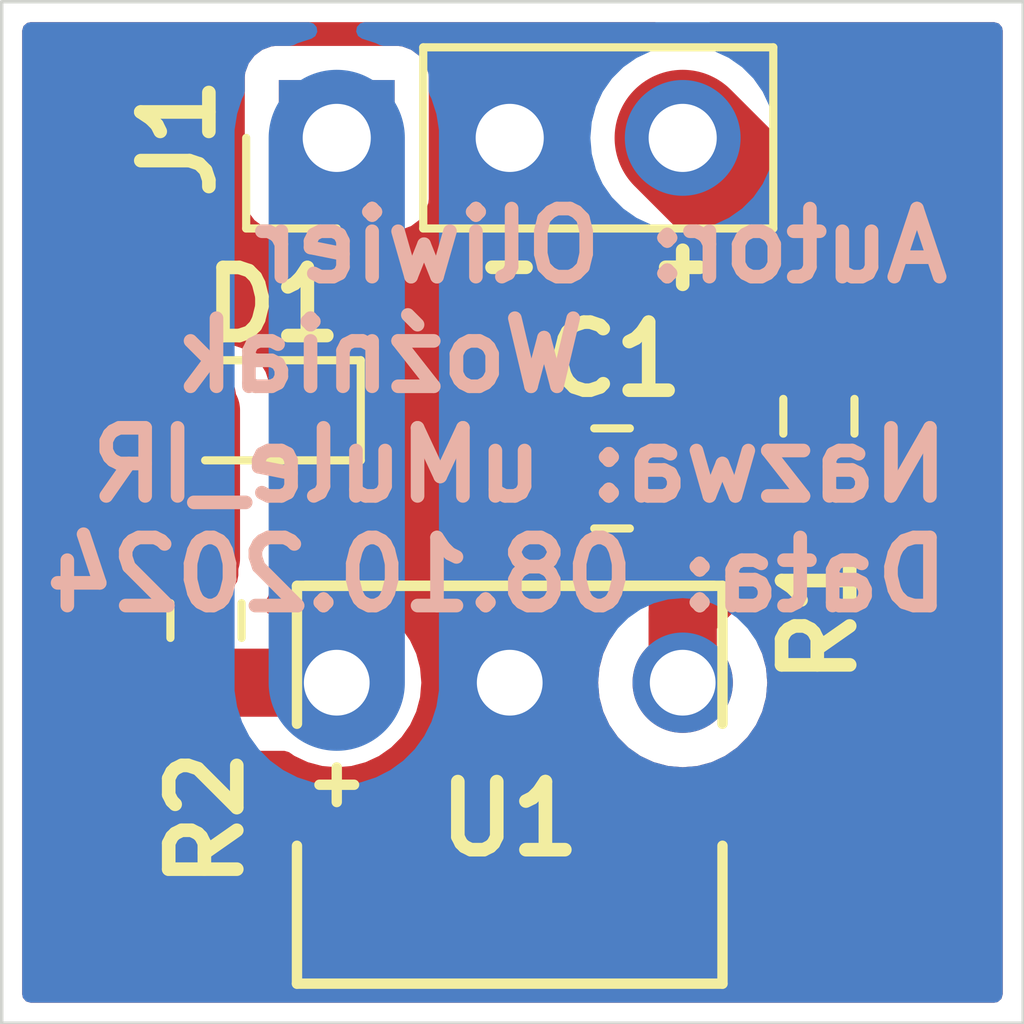
<source format=kicad_pcb>
(kicad_pcb (version 20240108) (generator "pcbnew") (generator_version "8.0")
  (layers (0 "F.Cu" signal) (31 "B.Cu" signal) (34 "B.Paste" user) (35 "F.Paste" user) (36 "B.SilkS" user "B.Silkscreen") (37 "F.SilkS" user "F.Silkscreen") (38 "B.Mask" user) (39 "F.Mask" user) (44 "Edge.Cuts" user))
  (net 0 "")
  (net 1 "GND")
  (net 2 "Net-(U1-VS)")
  (net 3 "+5V")
  (net 4 "Net-(J1-Pin_1)")
  (net 5 "Net-(D1-A)")
  (footprint "LED_SMD:LED_0603_1608Metric" (layer "F.Cu") (at 102.7875 63 180)
    (property "Reference" "D1" (at -0.200647 1.55026 0) (layer "F.SilkS") (effects (font (thickness 0.2) (bold yes))))
    (property "Value" "D" (hide yes))
    (fp_line (start 0.8 -0.735) (end -1.485 -0.735) (stroke (width 0.12)) (layer "F.SilkS"))
    (fp_line (start -1.485 0.735) (end 0.8 0.735) (stroke (width 0.12)) (layer "F.SilkS"))
    (fp_line (start -1.485 -0.735) (end -1.485 0.735) (stroke (width 0.12)) (layer "F.SilkS"))
    (pad "1" smd roundrect (at -0.7875 0 180) (size 0.875 0.95) (layers "F.Cu" "F.Paste" "F.Mask") (net 1 "GND"))
    (pad "2" smd roundrect (at 0.7875 0 180) (size 0.875 0.95) (layers "F.Cu" "F.Paste" "F.Mask") (net 5 "Net-(D1-A)"))
  )
  (footprint "User_defined_footprints:TSOP48_VIS" (layer "F.Cu") (at 103.927304 66.99058)
    (property "Reference" "U1" (at 2.532696 2.00942 0) (layer "F.SilkS") (effects (font (thickness 0.2) (bold yes))))
    (property "Value" "TSOP4838" (hide yes))
    (fp_line (start -0.591504 -1.41298) (end -0.591504 0.612365) (stroke (width 0.1524)) (layer "F.SilkS"))
    (fp_line (start -0.591504 2.403676) (end -0.591504 4.42902) (stroke (width 0.1524)) (layer "F.SilkS"))
    (fp_line (start -0.591504 4.42902) (end 5.656896 4.42902) (stroke (width 0.1524)) (layer "F.SilkS"))
    (fp_line (start -0.464504 -1.41298) (end 5.529896 -1.41298) (stroke (width 0.1524)) (layer "F.SilkS"))
    (fp_line (start -0.261304 1.50802) (end 0.246696 1.50802) (stroke (width 0.1524)) (layer "F.SilkS"))
    (fp_line (start -0.007304 1.76202) (end -0.007304 1.25402) (stroke (width 0.1524)) (layer "F.SilkS"))
    (fp_line (start 5.656896 -1.41298) (end -0.591504 -1.41298) (stroke (width 0.1524)) (layer "F.SilkS"))
    (fp_line (start 5.656896 0.612365) (end 5.656896 -1.41298) (stroke (width 0.1524)) (layer "F.SilkS"))
    (fp_line (start 5.656896 4.42902) (end 5.656896 2.403676) (stroke (width 0.1524)) (layer "F.SilkS"))
    (pad "1" thru_hole circle (at -0.007304 0.00942) (size 1.4732 1.4732) (drill 0.9652) (layers "*.Cu" "*.Mask") (net 4 "Net-(J1-Pin_1)"))
    (pad "2" thru_hole circle (at 2.532696 0.00942) (size 1.4732 1.4732) (drill 0.9652) (layers "*.Cu" "*.Mask") (net 1 "GND"))
    (pad "3" thru_hole circle (at 5.072696 0.00942) (size 1.4732 1.4732) (drill 0.9652) (layers "*.Cu" "*.Mask") (net 2 "Net-(U1-VS)"))
  )
  (footprint "Resistor_SMD:R_0603_1608Metric_Pad0.98x0.95mm_HandSolder" (layer "F.Cu") (at 111 63.0875 -90)
    (property "Reference" "R1" (at 2.9125 0 90) (layer "F.SilkS") (effects (font (thickness 0.2) (bold yes))))
    (property "Value" "100R" (hide yes))
    (fp_line (start -0.254724 0.5225) (end 0.254724 0.5225) (stroke (width 0.12)) (layer "F.SilkS"))
    (fp_line (start -0.254724 -0.5225) (end 0.254724 -0.5225) (stroke (width 0.12)) (layer "F.SilkS"))
    (pad "1" smd roundrect (at -0.9125 0 270) (size 0.975 0.95) (layers "F.Cu" "F.Paste" "F.Mask") (net 3 "+5V"))
    (pad "2" smd roundrect (at 0.9125 0 270) (size 0.975 0.95) (layers "F.Cu" "F.Paste" "F.Mask") (net 2 "Net-(U1-VS)"))
  )
  (footprint "Connector_PinHeader_2.54mm:PinHeader_1x03_P2.54mm_Vertical" (layer "F.Cu") (at 103.92 59 90)
    (property "Reference" "J1" (at 0 -2.33 90) (layer "F.SilkS") (effects (font (thickness 0.2) (bold yes))))
    (property "Value" "Conn_01x03_Pin" (hide yes))
    (fp_line (start -1.33 -1.33) (end 0 -1.33) (stroke (width 0.12)) (layer "F.SilkS"))
    (fp_line (start -1.33 0) (end -1.33 -1.33) (stroke (width 0.12)) (layer "F.SilkS"))
    (fp_line (start 1.33 1.27) (end 1.33 6.41) (stroke (width 0.12)) (layer "F.SilkS"))
    (fp_line (start -1.33 1.27) (end 1.33 1.27) (stroke (width 0.12)) (layer "F.SilkS"))
    (fp_line (start -1.33 1.27) (end -1.33 6.41) (stroke (width 0.12)) (layer "F.SilkS"))
    (fp_line (start -1.33 6.41) (end 1.33 6.41) (stroke (width 0.12)) (layer "F.SilkS"))
    (pad "1" thru_hole rect (at 0 0 90) (size 1.7 1.7) (drill 1) (layers "*.Cu" "*.Mask") (net 4 "Net-(J1-Pin_1)"))
    (pad "2" thru_hole oval (at 0 2.54 90) (size 1.7 1.7) (drill 1) (layers "*.Cu" "*.Mask") (net 1 "GND"))
    (pad "3" thru_hole oval (at 0 5.08 90) (size 1.7 1.7) (drill 1) (layers "*.Cu" "*.Mask") (net 3 "+5V"))
  )
  (footprint "Capacitor_SMD:C_0805_2012Metric_Pad1.18x1.45mm_HandSolder" (layer "F.Cu") (at 107.9625 64 180)
    (property "Reference" "C1" (at -0.0375 1.74728 0) (layer "F.SilkS") (effects (font (thickness 0.2) (bold yes))))
    (property "Value" "4,7uF" (hide yes))
    (fp_line (start -0.261252 0.735) (end 0.261252 0.735) (stroke (width 0.12)) (layer "F.SilkS"))
    (fp_line (start -0.261252 -0.735) (end 0.261252 -0.735) (stroke (width 0.12)) (layer "F.SilkS"))
    (pad "1" smd roundrect (at -1.0375 0 180) (size 1.175 1.45) (layers "F.Cu" "F.Paste" "F.Mask") (roundrect_rratio 0.212766) (net 2 "Net-(U1-VS)"))
    (pad "2" smd roundrect (at 1.0375 0 180) (size 1.175 1.45) (layers "F.Cu" "F.Paste" "F.Mask") (roundrect_rratio 0.212766) (net 1 "GND"))
  )
  (footprint "Resistor_SMD:R_0603_1608Metric_Pad0.98x0.95mm_HandSolder" (layer "F.Cu") (at 102 66.0875 -90)
    (property "Reference" "R2" (at 2.9125 0 90) (layer "F.SilkS") (effects (font (thickness 0.2) (bold yes))))
    (property "Value" "100R" (hide yes))
    (fp_line (start -0.254724 0.5225) (end 0.254724 0.5225) (stroke (width 0.12)) (layer "F.SilkS"))
    (fp_line (start -0.254724 -0.5225) (end 0.254724 -0.5225) (stroke (width 0.12)) (layer "F.SilkS"))
    (pad "1" smd roundrect (at -0.9125 0 270) (size 0.975 0.95) (layers "F.Cu" "F.Paste" "F.Mask") (net 5 "Net-(D1-A)"))
    (pad "2" smd roundrect (at 0.9125 0 270) (size 0.975 0.95) (layers "F.Cu" "F.Paste" "F.Mask") (net 4 "Net-(J1-Pin_1)"))
  )
  (gr_line (start 106.2 60.9) (end 106.7 60.9) (stroke (width 0.2)) (layer "F.SilkS"))
  (gr_line (start 109 60.65) (end 109 61.15) (stroke (width 0.2)) (layer "F.SilkS"))
  (gr_line (start 108.75 60.9) (end 109.25 60.9) (stroke (width 0.2)) (layer "F.SilkS"))
  (gr_rect (start 99 57) (end 114 72) (stroke (width 0.05)) (fill none) (layer "Edge.Cuts"))
  (gr_text "Autor: Oliwier\n       Woźniak\nNazwa: uMule_IR\nData: 08.10.2024" (at 113 66 0) (layer "B.SilkS") (effects (font (size 1 1) (thickness 0.2) (bold yes)) (justify left bottom mirror)))
  (segment (start 106.925 59.465) (end 106.46 59) (width 1) (layer "F.Cu") (net 1))
  (segment (start 106.925 64) (end 106.925 66.535) (width 1) (layer "F.Cu") (net 1))
  (segment (start 106.925 64) (end 104.575 64) (width 1) (layer "F.Cu") (net 1))
  (segment (start 106.925 66.535) (end 106.46 67) (width 1) (layer "F.Cu") (net 1))
  (segment (start 106.46 59) (end 106.46 67) (width 2) (layer "F.Cu") (net 1))
  (segment (start 104.575 64) (end 103.575 63) (width 1) (layer "F.Cu") (net 1))
  (segment (start 106.925 64) (end 106.925 59.465) (width 1) (layer "F.Cu") (net 1))
  (segment (start 109 67) (end 109 66) (width 1) (layer "F.Cu") (net 2))
  (segment (start 109 66) (end 110 65) (width 1) (layer "F.Cu") (net 2))
  (segment (start 111 64) (end 109 64) (width 1) (layer "F.Cu") (net 2))
  (segment (start 110 65) (end 109 64) (width 1) (layer "F.Cu") (net 2))
  (segment (start 110 65) (end 111 64) (width 1) (layer "F.Cu") (net 2))
  (segment (start 109 67) (end 109 64) (width 1) (layer "F.Cu") (net 2))
  (segment (start 111 62.175) (end 111 61) (width 2) (layer "F.Cu") (net 3))
  (segment (start 111 61) (end 109 59) (width 2) (layer "F.Cu") (net 3))
  (segment (start 102 67) (end 103.92 67) (width 1) (layer "F.Cu") (net 4))
  (segment (start 103.92 59) (end 103.92 67) (width 2) (layer "B.Cu") (net 4))
  (segment (start 102 65.175) (end 102 63) (width 1) (layer "F.Cu") (net 5))
  (zone (net 1) (net_name "GND") (layers "F&B.Cu") (connect_pads yes (clearance 0.5)) (min_thickness 0.25) (fill yes (thermal_gap 0.5) (thermal_bridge_width 0.5))
    (polygon (pts (xy 99 57) (xy 114 57) (xy 114 72) (xy 99 72)))
  )
)
</source>
